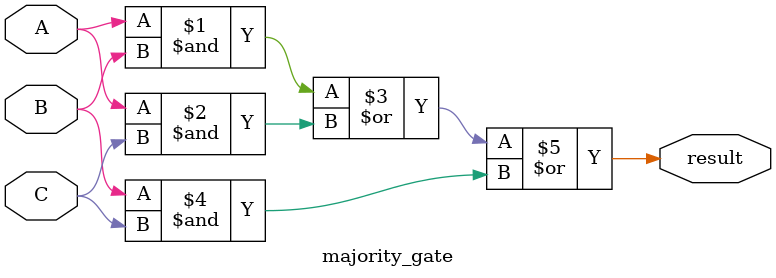
<source format=v>
module majority_gate(
    input wire A,B,C,
    output wire result
);

assign result = (A & B) | (A & C) | (B & C);

endmodule

</source>
